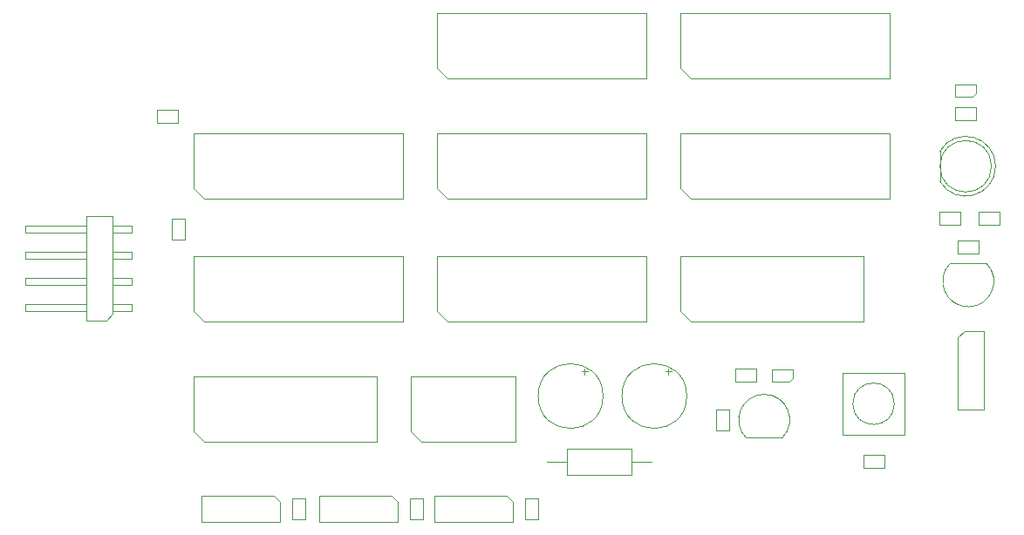
<source format=gbr>
%TF.GenerationSoftware,KiCad,Pcbnew,(5.1.10-1-10_14)*%
%TF.CreationDate,2021-07-31T21:51:31-04:00*%
%TF.ProjectId,CLOCK,434c4f43-4b2e-46b6-9963-61645f706362,rev?*%
%TF.SameCoordinates,Original*%
%TF.FileFunction,Other,Fab,Top*%
%FSLAX46Y46*%
G04 Gerber Fmt 4.6, Leading zero omitted, Abs format (unit mm)*
G04 Created by KiCad (PCBNEW (5.1.10-1-10_14)) date 2021-07-31 21:51:31*
%MOMM*%
%LPD*%
G01*
G04 APERTURE LIST*
%ADD10C,0.100000*%
G04 APERTURE END LIST*
D10*
%TO.C,J2*%
X61619000Y-54356000D02*
X59714000Y-54356000D01*
X59714000Y-54356000D02*
X59714000Y-44196000D01*
X59714000Y-44196000D02*
X62254000Y-44196000D01*
X62254000Y-44196000D02*
X62254000Y-53721000D01*
X62254000Y-53721000D02*
X61619000Y-54356000D01*
X64074000Y-53406000D02*
X62254000Y-53406000D01*
X64074000Y-53406000D02*
X64074000Y-52766000D01*
X64074000Y-52766000D02*
X62254000Y-52766000D01*
X59714000Y-53406000D02*
X53714000Y-53406000D01*
X53714000Y-53406000D02*
X53714000Y-52766000D01*
X59714000Y-52766000D02*
X53714000Y-52766000D01*
X64074000Y-50866000D02*
X62254000Y-50866000D01*
X64074000Y-50866000D02*
X64074000Y-50226000D01*
X64074000Y-50226000D02*
X62254000Y-50226000D01*
X59714000Y-50866000D02*
X53714000Y-50866000D01*
X53714000Y-50866000D02*
X53714000Y-50226000D01*
X59714000Y-50226000D02*
X53714000Y-50226000D01*
X64074000Y-48326000D02*
X62254000Y-48326000D01*
X64074000Y-48326000D02*
X64074000Y-47686000D01*
X64074000Y-47686000D02*
X62254000Y-47686000D01*
X59714000Y-48326000D02*
X53714000Y-48326000D01*
X53714000Y-48326000D02*
X53714000Y-47686000D01*
X59714000Y-47686000D02*
X53714000Y-47686000D01*
X64074000Y-45786000D02*
X62254000Y-45786000D01*
X64074000Y-45786000D02*
X64074000Y-45146000D01*
X64074000Y-45146000D02*
X62254000Y-45146000D01*
X59714000Y-45786000D02*
X53714000Y-45786000D01*
X53714000Y-45786000D02*
X53714000Y-45146000D01*
X59714000Y-45146000D02*
X53714000Y-45146000D01*
%TO.C,R3*%
X135144000Y-68697000D02*
X135144000Y-67447000D01*
X135144000Y-67447000D02*
X137144000Y-67447000D01*
X137144000Y-67447000D02*
X137144000Y-68697000D01*
X137144000Y-68697000D02*
X135144000Y-68697000D01*
%TO.C,R11*%
X102245000Y-71644000D02*
X103495000Y-71644000D01*
X103495000Y-71644000D02*
X103495000Y-73644000D01*
X103495000Y-73644000D02*
X102245000Y-73644000D01*
X102245000Y-73644000D02*
X102245000Y-71644000D01*
%TO.C,R10*%
X91069000Y-71644000D02*
X92319000Y-71644000D01*
X92319000Y-71644000D02*
X92319000Y-73644000D01*
X92319000Y-73644000D02*
X91069000Y-73644000D01*
X91069000Y-73644000D02*
X91069000Y-71644000D01*
%TO.C,R9*%
X79639000Y-71644000D02*
X80889000Y-71644000D01*
X80889000Y-71644000D02*
X80889000Y-73644000D01*
X80889000Y-73644000D02*
X79639000Y-73644000D01*
X79639000Y-73644000D02*
X79639000Y-71644000D01*
%TO.C,R2*%
X106324000Y-66822000D02*
X106324000Y-69322000D01*
X106324000Y-69322000D02*
X112624000Y-69322000D01*
X112624000Y-69322000D02*
X112624000Y-66822000D01*
X112624000Y-66822000D02*
X106324000Y-66822000D01*
X104394000Y-68072000D02*
X106324000Y-68072000D01*
X114554000Y-68072000D02*
X112624000Y-68072000D01*
%TO.C,SW3*%
X136092000Y-59448000D02*
X139092000Y-59448000D01*
X139092000Y-59448000D02*
X139092000Y-65448000D01*
X139092000Y-65448000D02*
X133092000Y-65448000D01*
X133092000Y-65448000D02*
X133092000Y-59448000D01*
X133092000Y-59448000D02*
X136092000Y-59448000D01*
X138107564Y-62448000D02*
G75*
G03*
X138107564Y-62448000I-2015564J0D01*
G01*
%TO.C,R12*%
X146288000Y-46619000D02*
X146288000Y-47869000D01*
X146288000Y-47869000D02*
X144288000Y-47869000D01*
X144288000Y-47869000D02*
X144288000Y-46619000D01*
X144288000Y-46619000D02*
X146288000Y-46619000D01*
%TO.C,R8*%
X146034000Y-33665000D02*
X146034000Y-34915000D01*
X146034000Y-34915000D02*
X144034000Y-34915000D01*
X144034000Y-34915000D02*
X144034000Y-33665000D01*
X144034000Y-33665000D02*
X146034000Y-33665000D01*
%TO.C,R7*%
X148320000Y-43825000D02*
X148320000Y-45075000D01*
X148320000Y-45075000D02*
X146320000Y-45075000D01*
X146320000Y-45075000D02*
X146320000Y-43825000D01*
X146320000Y-43825000D02*
X148320000Y-43825000D01*
%TO.C,R6*%
X142510000Y-45075000D02*
X142510000Y-43825000D01*
X142510000Y-43825000D02*
X144510000Y-43825000D01*
X144510000Y-43825000D02*
X144510000Y-45075000D01*
X144510000Y-45075000D02*
X142510000Y-45075000D01*
%TO.C,R4*%
X124698000Y-59065000D02*
X124698000Y-60315000D01*
X124698000Y-60315000D02*
X122698000Y-60315000D01*
X122698000Y-60315000D02*
X122698000Y-59065000D01*
X122698000Y-59065000D02*
X124698000Y-59065000D01*
%TO.C,R1*%
X122037000Y-65008000D02*
X120787000Y-65008000D01*
X120787000Y-65008000D02*
X120787000Y-63008000D01*
X120787000Y-63008000D02*
X122037000Y-63008000D01*
X122037000Y-63008000D02*
X122037000Y-65008000D01*
%TO.C,Q2*%
X147041625Y-48792375D02*
G75*
G02*
X145288000Y-53026000I-1753625J-1753625D01*
G01*
X143534375Y-48792375D02*
G75*
G03*
X145288000Y-53026000I1753625J-1753625D01*
G01*
X147058000Y-48796000D02*
X143558000Y-48796000D01*
%TO.C,Q1*%
X123722375Y-65761625D02*
G75*
G02*
X125476000Y-61528000I1753625J1753625D01*
G01*
X127229625Y-65761625D02*
G75*
G03*
X125476000Y-61528000I-1753625J1753625D01*
G01*
X123706000Y-65758000D02*
X127206000Y-65758000D01*
%TO.C,J7*%
X144907000Y-55372000D02*
X146812000Y-55372000D01*
X146812000Y-55372000D02*
X146812000Y-62992000D01*
X146812000Y-62992000D02*
X144272000Y-62992000D01*
X144272000Y-62992000D02*
X144272000Y-56007000D01*
X144272000Y-56007000D02*
X144907000Y-55372000D01*
%TO.C,J6*%
X101092000Y-72009000D02*
X101092000Y-73914000D01*
X101092000Y-73914000D02*
X93472000Y-73914000D01*
X93472000Y-73914000D02*
X93472000Y-71374000D01*
X93472000Y-71374000D02*
X100457000Y-71374000D01*
X100457000Y-71374000D02*
X101092000Y-72009000D01*
%TO.C,J5*%
X89916000Y-72009000D02*
X89916000Y-73914000D01*
X89916000Y-73914000D02*
X82296000Y-73914000D01*
X82296000Y-73914000D02*
X82296000Y-71374000D01*
X82296000Y-71374000D02*
X89281000Y-71374000D01*
X89281000Y-71374000D02*
X89916000Y-72009000D01*
%TO.C,J3*%
X78486000Y-72009000D02*
X78486000Y-73914000D01*
X78486000Y-73914000D02*
X70866000Y-73914000D01*
X70866000Y-73914000D02*
X70866000Y-71374000D01*
X70866000Y-71374000D02*
X77851000Y-71374000D01*
X77851000Y-71374000D02*
X78486000Y-72009000D01*
%TO.C,D3*%
X144034000Y-32604000D02*
X145734000Y-32604000D01*
X145734000Y-32604000D02*
X146034000Y-32304000D01*
X146034000Y-32304000D02*
X146034000Y-31404000D01*
X146034000Y-31404000D02*
X144034000Y-31404000D01*
X144034000Y-31404000D02*
X144034000Y-32604000D01*
%TO.C,D2*%
X142533984Y-40839666D02*
G75*
G03*
X142534000Y-37900306I2500016J1469666D01*
G01*
X147534000Y-39370000D02*
G75*
G03*
X147534000Y-39370000I-2500000J0D01*
G01*
X142534000Y-37900306D02*
X142534000Y-40839694D01*
%TO.C,D1*%
X126254000Y-60290000D02*
X127954000Y-60290000D01*
X127954000Y-60290000D02*
X128254000Y-59990000D01*
X128254000Y-59990000D02*
X128254000Y-59090000D01*
X128254000Y-59090000D02*
X126254000Y-59090000D01*
X126254000Y-59090000D02*
X126254000Y-60290000D01*
%TO.C,C4*%
X109830000Y-61702000D02*
G75*
G03*
X109830000Y-61702000I-3150000J0D01*
G01*
X108053500Y-59008028D02*
X108053500Y-59638028D01*
X108368500Y-59323028D02*
X107738500Y-59323028D01*
%TO.C,C3*%
X117958000Y-61702000D02*
G75*
G03*
X117958000Y-61702000I-3150000J0D01*
G01*
X116181500Y-59008028D02*
X116181500Y-59638028D01*
X116496500Y-59323028D02*
X115866500Y-59323028D01*
%TO.C,C2*%
X68564000Y-33919000D02*
X68564000Y-35169000D01*
X68564000Y-35169000D02*
X66564000Y-35169000D01*
X66564000Y-35169000D02*
X66564000Y-33919000D01*
X66564000Y-33919000D02*
X68564000Y-33919000D01*
%TO.C,C1*%
X69205000Y-46466000D02*
X67955000Y-46466000D01*
X67955000Y-46466000D02*
X67955000Y-44466000D01*
X67955000Y-44466000D02*
X69205000Y-44466000D01*
X69205000Y-44466000D02*
X69205000Y-46466000D01*
%TO.C,U10*%
X71104000Y-66167000D02*
X70104000Y-65167000D01*
X87884000Y-66167000D02*
X71104000Y-66167000D01*
X87884000Y-59817000D02*
X87884000Y-66167000D01*
X70104000Y-59817000D02*
X87884000Y-59817000D01*
X70104000Y-65167000D02*
X70104000Y-59817000D01*
%TO.C,U9*%
X118348000Y-54483000D02*
X117348000Y-53483000D01*
X135128000Y-54483000D02*
X118348000Y-54483000D01*
X135128000Y-48133000D02*
X135128000Y-54483000D01*
X117348000Y-48133000D02*
X135128000Y-48133000D01*
X117348000Y-53483000D02*
X117348000Y-48133000D01*
%TO.C,U11*%
X92186000Y-66167000D02*
X91186000Y-65167000D01*
X101346000Y-66167000D02*
X92186000Y-66167000D01*
X101346000Y-59817000D02*
X101346000Y-66167000D01*
X91186000Y-59817000D02*
X101346000Y-59817000D01*
X91186000Y-65167000D02*
X91186000Y-59817000D01*
%TO.C,U8*%
X71104000Y-54483000D02*
X70104000Y-53483000D01*
X90424000Y-54483000D02*
X71104000Y-54483000D01*
X90424000Y-48133000D02*
X90424000Y-54483000D01*
X70104000Y-48133000D02*
X90424000Y-48133000D01*
X70104000Y-53483000D02*
X70104000Y-48133000D01*
%TO.C,U7*%
X118348000Y-42545000D02*
X117348000Y-41545000D01*
X137668000Y-42545000D02*
X118348000Y-42545000D01*
X137668000Y-36195000D02*
X137668000Y-42545000D01*
X117348000Y-36195000D02*
X137668000Y-36195000D01*
X117348000Y-41545000D02*
X117348000Y-36195000D01*
%TO.C,U6*%
X94726000Y-42545000D02*
X93726000Y-41545000D01*
X114046000Y-42545000D02*
X94726000Y-42545000D01*
X114046000Y-36195000D02*
X114046000Y-42545000D01*
X93726000Y-36195000D02*
X114046000Y-36195000D01*
X93726000Y-41545000D02*
X93726000Y-36195000D01*
%TO.C,U5*%
X94726000Y-54483000D02*
X93726000Y-53483000D01*
X114046000Y-54483000D02*
X94726000Y-54483000D01*
X114046000Y-48133000D02*
X114046000Y-54483000D01*
X93726000Y-48133000D02*
X114046000Y-48133000D01*
X93726000Y-53483000D02*
X93726000Y-48133000D01*
%TO.C,U4*%
X94726000Y-30861000D02*
X93726000Y-29861000D01*
X114046000Y-30861000D02*
X94726000Y-30861000D01*
X114046000Y-24511000D02*
X114046000Y-30861000D01*
X93726000Y-24511000D02*
X114046000Y-24511000D01*
X93726000Y-29861000D02*
X93726000Y-24511000D01*
%TO.C,U2*%
X71104000Y-42545000D02*
X70104000Y-41545000D01*
X90424000Y-42545000D02*
X71104000Y-42545000D01*
X90424000Y-36195000D02*
X90424000Y-42545000D01*
X70104000Y-36195000D02*
X90424000Y-36195000D01*
X70104000Y-41545000D02*
X70104000Y-36195000D01*
%TO.C,U1*%
X118348000Y-30861000D02*
X117348000Y-29861000D01*
X137668000Y-30861000D02*
X118348000Y-30861000D01*
X137668000Y-24511000D02*
X137668000Y-30861000D01*
X117348000Y-24511000D02*
X137668000Y-24511000D01*
X117348000Y-29861000D02*
X117348000Y-24511000D01*
%TD*%
M02*

</source>
